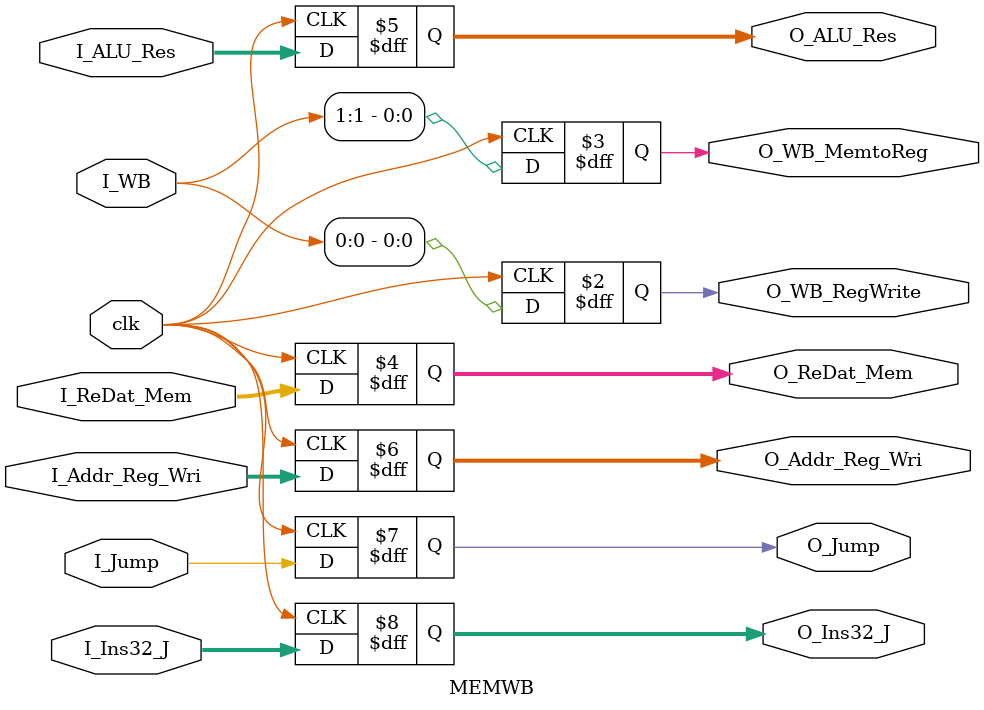
<source format=v>
module MEMWB(
input clk,
input [1:0]I_WB,
input [31:0]I_ReDat_Mem,
input [31:0]I_ALU_Res,
input [4:0]I_Addr_Reg_Wri,
input I_Jump,
input [31:0]I_Ins32_J,
output reg O_WB_RegWrite,
output reg O_WB_MemtoReg,
output reg [31:0]O_ReDat_Mem,
output reg [31:0]O_ALU_Res,
output reg [4:0]O_Addr_Reg_Wri,
output reg O_Jump,
output reg [31:0]O_Ins32_J);

always @(posedge clk)
begin
	O_WB_RegWrite=I_WB[0];
	O_WB_MemtoReg=I_WB[1];
	O_ReDat_Mem=I_ReDat_Mem;
	O_ALU_Res=I_ALU_Res;
	O_Addr_Reg_Wri=I_Addr_Reg_Wri;
	O_Jump=I_Jump;
	O_Ins32_J=I_Ins32_J;
end

endmodule
</source>
